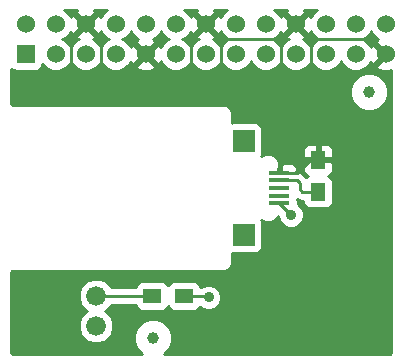
<source format=gbr>
G04 #@! TF.FileFunction,Copper,L2,Bot,Signal*
%FSLAX46Y46*%
G04 Gerber Fmt 4.6, Leading zero omitted, Abs format (unit mm)*
G04 Created by KiCad (PCBNEW 4.0.1-stable) date 6/18/2016 3:55:33 PM*
%MOMM*%
G01*
G04 APERTURE LIST*
%ADD10C,0.150000*%
%ADD11C,1.000000*%
%ADD12R,1.524000X1.524000*%
%ADD13C,1.524000*%
%ADD14C,1.676400*%
%ADD15R,1.300000X1.500000*%
%ADD16R,1.500000X1.300000*%
%ADD17R,1.800000X0.400000*%
%ADD18R,1.900000X1.900000*%
%ADD19C,0.889000*%
%ADD20C,0.254000*%
G04 APERTURE END LIST*
D10*
D11*
X30988000Y-7620000D03*
X12700000Y-28448000D03*
D12*
X1905000Y-4445000D03*
D13*
X1905000Y-1905000D03*
X4445000Y-4445000D03*
X4445000Y-1905000D03*
X6985000Y-4445000D03*
X6985000Y-1905000D03*
X9525000Y-4445000D03*
X9525000Y-1905000D03*
X12065000Y-4445000D03*
X12065000Y-1905000D03*
X14605000Y-4445000D03*
X14605000Y-1905000D03*
X17145000Y-4445000D03*
X17145000Y-1905000D03*
X19685000Y-4445000D03*
X19685000Y-1905000D03*
X22225000Y-4445000D03*
X22225000Y-1905000D03*
X24765000Y-4445000D03*
X24765000Y-1905000D03*
X27305000Y-4445000D03*
X27305000Y-1905000D03*
X29845000Y-4445000D03*
X29845000Y-1905000D03*
X32385000Y-4445000D03*
X32385000Y-1905000D03*
D14*
X7874000Y-24892000D03*
X7874000Y-27432000D03*
D15*
X26670000Y-16082000D03*
X26670000Y-13382000D03*
D16*
X15320000Y-24892000D03*
X12620000Y-24892000D03*
D17*
X23387000Y-17048000D03*
X23387000Y-16398000D03*
X23387000Y-15748000D03*
X23387000Y-15098000D03*
X23387000Y-14448000D03*
D18*
X20362000Y-19698000D03*
X20362000Y-11798000D03*
D19*
X24384000Y-18034000D03*
X17399000Y-25019000D03*
D20*
X23387000Y-17048000D02*
X23398000Y-17048000D01*
X23398000Y-17048000D02*
X24384000Y-18034000D01*
X23387000Y-14448000D02*
X24922000Y-14448000D01*
X25988000Y-13382000D02*
X26670000Y-13382000D01*
X24922000Y-14448000D02*
X25988000Y-13382000D01*
X23495000Y-3175000D02*
X18415000Y-3175000D01*
X31242000Y-3175000D02*
X26035000Y-3175000D01*
X8255000Y-5207000D02*
X8255000Y-3175000D01*
X8255000Y-3175000D02*
X6985000Y-1905000D01*
X26035000Y-5334000D02*
X26035000Y-3175000D01*
X26035000Y-3175000D02*
X24765000Y-1905000D01*
X18415000Y-5334000D02*
X18415000Y-3175000D01*
X18415000Y-3175000D02*
X17145000Y-1905000D01*
X5715000Y-5080000D02*
X5715000Y-3175000D01*
X5715000Y-3175000D02*
X6985000Y-1905000D01*
X23495000Y-5461000D02*
X23495000Y-3175000D01*
X23495000Y-3175000D02*
X24765000Y-1905000D01*
X15875000Y-5207000D02*
X15875000Y-3175000D01*
X15875000Y-3175000D02*
X17145000Y-1905000D01*
X7874000Y-24892000D02*
X12620000Y-24892000D01*
X23387000Y-15098000D02*
X24877000Y-15098000D01*
X25353000Y-16082000D02*
X26670000Y-16082000D01*
X25146000Y-15875000D02*
X25353000Y-16082000D01*
X25146000Y-15367000D02*
X25146000Y-15875000D01*
X24877000Y-15098000D02*
X25146000Y-15367000D01*
X17272000Y-24892000D02*
X15320000Y-24892000D01*
X17399000Y-25019000D02*
X17272000Y-24892000D01*
G36*
X31199990Y-2695303D02*
X31592630Y-3088629D01*
X31784727Y-3168395D01*
X31653857Y-3222603D01*
X31584392Y-3464787D01*
X32385000Y-4265395D01*
X32399143Y-4251253D01*
X32578748Y-4430858D01*
X32564605Y-4445000D01*
X32578748Y-4459143D01*
X32399143Y-4638748D01*
X32385000Y-4624605D01*
X31584392Y-5425213D01*
X31653857Y-5667397D01*
X32177302Y-5854144D01*
X32732368Y-5826362D01*
X32843000Y-5780537D01*
X32843000Y-29650533D01*
X32824740Y-29742332D01*
X32810958Y-29762957D01*
X32790331Y-29776740D01*
X32698533Y-29795000D01*
X13653584Y-29795000D01*
X14078499Y-29370825D01*
X14326717Y-28773050D01*
X14327282Y-28125789D01*
X14080108Y-27527582D01*
X13622825Y-27069501D01*
X13025050Y-26821283D01*
X12377789Y-26820718D01*
X11779582Y-27067892D01*
X11321501Y-27525175D01*
X11073283Y-28122950D01*
X11072718Y-28770211D01*
X11319892Y-29368418D01*
X11745731Y-29795000D01*
X829467Y-29795000D01*
X737668Y-29776740D01*
X717043Y-29762958D01*
X703260Y-29742331D01*
X685000Y-29650533D01*
X685000Y-25183752D01*
X6400545Y-25183752D01*
X6624353Y-25725411D01*
X7038409Y-26140190D01*
X7090392Y-26161775D01*
X7040589Y-26182353D01*
X6625810Y-26596409D01*
X6401056Y-27137677D01*
X6400545Y-27723752D01*
X6624353Y-28265411D01*
X7038409Y-28680190D01*
X7579677Y-28904944D01*
X8165752Y-28905455D01*
X8707411Y-28681647D01*
X9122190Y-28267591D01*
X9346944Y-27726323D01*
X9347455Y-27140248D01*
X9123647Y-26598589D01*
X8709591Y-26183810D01*
X8657608Y-26162225D01*
X8707411Y-26141647D01*
X9122190Y-25727591D01*
X9152748Y-25654000D01*
X11243634Y-25654000D01*
X11266838Y-25777317D01*
X11405910Y-25993441D01*
X11618110Y-26138431D01*
X11870000Y-26189440D01*
X13370000Y-26189440D01*
X13605317Y-26145162D01*
X13821441Y-26006090D01*
X13966431Y-25793890D01*
X13969081Y-25780803D01*
X14105910Y-25993441D01*
X14318110Y-26138431D01*
X14570000Y-26189440D01*
X16070000Y-26189440D01*
X16305317Y-26145162D01*
X16521441Y-26006090D01*
X16658627Y-25805311D01*
X16786714Y-25933622D01*
X17183332Y-26098313D01*
X17612784Y-26098687D01*
X18009689Y-25934689D01*
X18313622Y-25631286D01*
X18478313Y-25234668D01*
X18478687Y-24805216D01*
X18314689Y-24408311D01*
X18011286Y-24104378D01*
X17614668Y-23939687D01*
X17185216Y-23939313D01*
X16788311Y-24103311D01*
X16761575Y-24130000D01*
X16696366Y-24130000D01*
X16673162Y-24006683D01*
X16534090Y-23790559D01*
X16321890Y-23645569D01*
X16070000Y-23594560D01*
X14570000Y-23594560D01*
X14334683Y-23638838D01*
X14118559Y-23777910D01*
X13973569Y-23990110D01*
X13970919Y-24003197D01*
X13834090Y-23790559D01*
X13621890Y-23645569D01*
X13370000Y-23594560D01*
X11870000Y-23594560D01*
X11634683Y-23638838D01*
X11418559Y-23777910D01*
X11273569Y-23990110D01*
X11245241Y-24130000D01*
X9153153Y-24130000D01*
X9123647Y-24058589D01*
X8709591Y-23643810D01*
X8168323Y-23419056D01*
X7582248Y-23418545D01*
X7040589Y-23642353D01*
X6625810Y-24056409D01*
X6401056Y-24597677D01*
X6400545Y-25183752D01*
X685000Y-25183752D01*
X685000Y-22927467D01*
X703260Y-22835669D01*
X717043Y-22815042D01*
X737668Y-22801260D01*
X829467Y-22783000D01*
X18669000Y-22783000D01*
X18931138Y-22730857D01*
X19153368Y-22582368D01*
X19301857Y-22360138D01*
X19354000Y-22098000D01*
X19354000Y-21283695D01*
X19412000Y-21295440D01*
X21312000Y-21295440D01*
X21547317Y-21251162D01*
X21763441Y-21112090D01*
X21908431Y-20899890D01*
X21959440Y-20648000D01*
X21959440Y-18748000D01*
X21915162Y-18512683D01*
X21870952Y-18443979D01*
X21945853Y-18519011D01*
X22280196Y-18657842D01*
X22642216Y-18658158D01*
X22976800Y-18519910D01*
X23233011Y-18264147D01*
X23304449Y-18092106D01*
X23304313Y-18247784D01*
X23468311Y-18644689D01*
X23771714Y-18948622D01*
X24168332Y-19113313D01*
X24597784Y-19113687D01*
X24994689Y-18949689D01*
X25298622Y-18646286D01*
X25463313Y-18249668D01*
X25463687Y-17820216D01*
X25299689Y-17423311D01*
X24996286Y-17119378D01*
X24934440Y-17093697D01*
X24934440Y-16848000D01*
X24910056Y-16718411D01*
X24916038Y-16688872D01*
X25061395Y-16785996D01*
X25353000Y-16844000D01*
X25374818Y-16844000D01*
X25416838Y-17067317D01*
X25555910Y-17283441D01*
X25768110Y-17428431D01*
X26020000Y-17479440D01*
X27320000Y-17479440D01*
X27555317Y-17435162D01*
X27771441Y-17296090D01*
X27916431Y-17083890D01*
X27967440Y-16832000D01*
X27967440Y-15332000D01*
X27923162Y-15096683D01*
X27784090Y-14880559D01*
X27571890Y-14735569D01*
X27538510Y-14728809D01*
X27679699Y-14670327D01*
X27858327Y-14491698D01*
X27955000Y-14258309D01*
X27955000Y-13667750D01*
X27796250Y-13509000D01*
X26797000Y-13509000D01*
X26797000Y-13529000D01*
X26543000Y-13529000D01*
X26543000Y-13509000D01*
X25543750Y-13509000D01*
X25385000Y-13667750D01*
X25385000Y-14258309D01*
X25481673Y-14491698D01*
X25660301Y-14670327D01*
X25796287Y-14726654D01*
X25784683Y-14728838D01*
X25663468Y-14806837D01*
X25415815Y-14559185D01*
X25168605Y-14394004D01*
X24922000Y-14344951D01*
X24922000Y-14320998D01*
X24790252Y-14320998D01*
X24922000Y-14189250D01*
X24922000Y-14121691D01*
X24825327Y-13888302D01*
X24646699Y-13709673D01*
X24413310Y-13613000D01*
X23672750Y-13613000D01*
X23514000Y-13771750D01*
X23514000Y-14250560D01*
X23260000Y-14250560D01*
X23260000Y-14199150D01*
X23371842Y-13929804D01*
X23372158Y-13567784D01*
X23233910Y-13233200D01*
X22978147Y-12976989D01*
X22643804Y-12838158D01*
X22281784Y-12837842D01*
X21947200Y-12976090D01*
X21876406Y-13046760D01*
X21908431Y-12999890D01*
X21959440Y-12748000D01*
X21959440Y-12505691D01*
X25385000Y-12505691D01*
X25385000Y-13096250D01*
X25543750Y-13255000D01*
X26543000Y-13255000D01*
X26543000Y-12155750D01*
X26797000Y-12155750D01*
X26797000Y-13255000D01*
X27796250Y-13255000D01*
X27955000Y-13096250D01*
X27955000Y-12505691D01*
X27858327Y-12272302D01*
X27679699Y-12093673D01*
X27446310Y-11997000D01*
X26955750Y-11997000D01*
X26797000Y-12155750D01*
X26543000Y-12155750D01*
X26384250Y-11997000D01*
X25893690Y-11997000D01*
X25660301Y-12093673D01*
X25481673Y-12272302D01*
X25385000Y-12505691D01*
X21959440Y-12505691D01*
X21959440Y-10848000D01*
X21915162Y-10612683D01*
X21776090Y-10396559D01*
X21563890Y-10251569D01*
X21312000Y-10200560D01*
X19412000Y-10200560D01*
X19354000Y-10211473D01*
X19354000Y-9398000D01*
X19301857Y-9135862D01*
X19153368Y-8913632D01*
X18931138Y-8765143D01*
X18669000Y-8713000D01*
X829467Y-8713000D01*
X737668Y-8694740D01*
X717043Y-8680958D01*
X703260Y-8660331D01*
X685000Y-8568533D01*
X685000Y-7942211D01*
X29360718Y-7942211D01*
X29607892Y-8540418D01*
X30065175Y-8998499D01*
X30662950Y-9246717D01*
X31310211Y-9247282D01*
X31908418Y-9000108D01*
X32366499Y-8542825D01*
X32614717Y-7945050D01*
X32615282Y-7297789D01*
X32368108Y-6699582D01*
X31910825Y-6241501D01*
X31313050Y-5993283D01*
X30665789Y-5992718D01*
X30067582Y-6239892D01*
X29609501Y-6697175D01*
X29361283Y-7294950D01*
X29360718Y-7942211D01*
X685000Y-7942211D01*
X685000Y-5662602D01*
X891110Y-5803431D01*
X1143000Y-5854440D01*
X2667000Y-5854440D01*
X2902317Y-5810162D01*
X3118441Y-5671090D01*
X3263431Y-5458890D01*
X3300492Y-5275876D01*
X3652630Y-5628629D01*
X4165900Y-5841757D01*
X4721661Y-5842242D01*
X5235303Y-5630010D01*
X5628629Y-5237370D01*
X5714949Y-5029488D01*
X5799990Y-5235303D01*
X6192630Y-5628629D01*
X6705900Y-5841757D01*
X7261661Y-5842242D01*
X7775303Y-5630010D01*
X8168629Y-5237370D01*
X8254949Y-5029488D01*
X8339990Y-5235303D01*
X8732630Y-5628629D01*
X9245900Y-5841757D01*
X9801661Y-5842242D01*
X10315303Y-5630010D01*
X10520457Y-5425213D01*
X11264392Y-5425213D01*
X11333857Y-5667397D01*
X11857302Y-5854144D01*
X12412368Y-5826362D01*
X12796143Y-5667397D01*
X12865608Y-5425213D01*
X12065000Y-4624605D01*
X11264392Y-5425213D01*
X10520457Y-5425213D01*
X10708629Y-5237370D01*
X10788395Y-5045273D01*
X10842603Y-5176143D01*
X11084787Y-5245608D01*
X11885395Y-4445000D01*
X11084787Y-3644392D01*
X10842603Y-3713857D01*
X10792491Y-3854318D01*
X10710010Y-3654697D01*
X10317370Y-3261371D01*
X10109488Y-3175051D01*
X10315303Y-3090010D01*
X10708629Y-2697370D01*
X10794949Y-2489488D01*
X10879990Y-2695303D01*
X11272630Y-3088629D01*
X11464727Y-3168395D01*
X11333857Y-3222603D01*
X11264392Y-3464787D01*
X12065000Y-4265395D01*
X12865608Y-3464787D01*
X12796143Y-3222603D01*
X12655682Y-3172491D01*
X12855303Y-3090010D01*
X13248629Y-2697370D01*
X13334949Y-2489488D01*
X13419990Y-2695303D01*
X13812630Y-3088629D01*
X14020512Y-3174949D01*
X13814697Y-3259990D01*
X13421371Y-3652630D01*
X13341605Y-3844727D01*
X13287397Y-3713857D01*
X13045213Y-3644392D01*
X12244605Y-4445000D01*
X13045213Y-5245608D01*
X13287397Y-5176143D01*
X13337509Y-5035682D01*
X13419990Y-5235303D01*
X13812630Y-5628629D01*
X14325900Y-5841757D01*
X14881661Y-5842242D01*
X15395303Y-5630010D01*
X15788629Y-5237370D01*
X15874949Y-5029488D01*
X15959990Y-5235303D01*
X16352630Y-5628629D01*
X16865900Y-5841757D01*
X17421661Y-5842242D01*
X17935303Y-5630010D01*
X18328629Y-5237370D01*
X18414949Y-5029488D01*
X18499990Y-5235303D01*
X18892630Y-5628629D01*
X19405900Y-5841757D01*
X19961661Y-5842242D01*
X20475303Y-5630010D01*
X20868629Y-5237370D01*
X20954949Y-5029488D01*
X21039990Y-5235303D01*
X21432630Y-5628629D01*
X21945900Y-5841757D01*
X22501661Y-5842242D01*
X23015303Y-5630010D01*
X23408629Y-5237370D01*
X23494949Y-5029488D01*
X23579990Y-5235303D01*
X23972630Y-5628629D01*
X24485900Y-5841757D01*
X25041661Y-5842242D01*
X25555303Y-5630010D01*
X25948629Y-5237370D01*
X26034949Y-5029488D01*
X26119990Y-5235303D01*
X26512630Y-5628629D01*
X27025900Y-5841757D01*
X27581661Y-5842242D01*
X28095303Y-5630010D01*
X28488629Y-5237370D01*
X28574949Y-5029488D01*
X28659990Y-5235303D01*
X29052630Y-5628629D01*
X29565900Y-5841757D01*
X30121661Y-5842242D01*
X30635303Y-5630010D01*
X31028629Y-5237370D01*
X31108395Y-5045273D01*
X31162603Y-5176143D01*
X31404787Y-5245608D01*
X32205395Y-4445000D01*
X31404787Y-3644392D01*
X31162603Y-3713857D01*
X31112491Y-3854318D01*
X31030010Y-3654697D01*
X30637370Y-3261371D01*
X30429488Y-3175051D01*
X30635303Y-3090010D01*
X31028629Y-2697370D01*
X31114949Y-2489488D01*
X31199990Y-2695303D01*
X31199990Y-2695303D01*
G37*
X31199990Y-2695303D02*
X31592630Y-3088629D01*
X31784727Y-3168395D01*
X31653857Y-3222603D01*
X31584392Y-3464787D01*
X32385000Y-4265395D01*
X32399143Y-4251253D01*
X32578748Y-4430858D01*
X32564605Y-4445000D01*
X32578748Y-4459143D01*
X32399143Y-4638748D01*
X32385000Y-4624605D01*
X31584392Y-5425213D01*
X31653857Y-5667397D01*
X32177302Y-5854144D01*
X32732368Y-5826362D01*
X32843000Y-5780537D01*
X32843000Y-29650533D01*
X32824740Y-29742332D01*
X32810958Y-29762957D01*
X32790331Y-29776740D01*
X32698533Y-29795000D01*
X13653584Y-29795000D01*
X14078499Y-29370825D01*
X14326717Y-28773050D01*
X14327282Y-28125789D01*
X14080108Y-27527582D01*
X13622825Y-27069501D01*
X13025050Y-26821283D01*
X12377789Y-26820718D01*
X11779582Y-27067892D01*
X11321501Y-27525175D01*
X11073283Y-28122950D01*
X11072718Y-28770211D01*
X11319892Y-29368418D01*
X11745731Y-29795000D01*
X829467Y-29795000D01*
X737668Y-29776740D01*
X717043Y-29762958D01*
X703260Y-29742331D01*
X685000Y-29650533D01*
X685000Y-25183752D01*
X6400545Y-25183752D01*
X6624353Y-25725411D01*
X7038409Y-26140190D01*
X7090392Y-26161775D01*
X7040589Y-26182353D01*
X6625810Y-26596409D01*
X6401056Y-27137677D01*
X6400545Y-27723752D01*
X6624353Y-28265411D01*
X7038409Y-28680190D01*
X7579677Y-28904944D01*
X8165752Y-28905455D01*
X8707411Y-28681647D01*
X9122190Y-28267591D01*
X9346944Y-27726323D01*
X9347455Y-27140248D01*
X9123647Y-26598589D01*
X8709591Y-26183810D01*
X8657608Y-26162225D01*
X8707411Y-26141647D01*
X9122190Y-25727591D01*
X9152748Y-25654000D01*
X11243634Y-25654000D01*
X11266838Y-25777317D01*
X11405910Y-25993441D01*
X11618110Y-26138431D01*
X11870000Y-26189440D01*
X13370000Y-26189440D01*
X13605317Y-26145162D01*
X13821441Y-26006090D01*
X13966431Y-25793890D01*
X13969081Y-25780803D01*
X14105910Y-25993441D01*
X14318110Y-26138431D01*
X14570000Y-26189440D01*
X16070000Y-26189440D01*
X16305317Y-26145162D01*
X16521441Y-26006090D01*
X16658627Y-25805311D01*
X16786714Y-25933622D01*
X17183332Y-26098313D01*
X17612784Y-26098687D01*
X18009689Y-25934689D01*
X18313622Y-25631286D01*
X18478313Y-25234668D01*
X18478687Y-24805216D01*
X18314689Y-24408311D01*
X18011286Y-24104378D01*
X17614668Y-23939687D01*
X17185216Y-23939313D01*
X16788311Y-24103311D01*
X16761575Y-24130000D01*
X16696366Y-24130000D01*
X16673162Y-24006683D01*
X16534090Y-23790559D01*
X16321890Y-23645569D01*
X16070000Y-23594560D01*
X14570000Y-23594560D01*
X14334683Y-23638838D01*
X14118559Y-23777910D01*
X13973569Y-23990110D01*
X13970919Y-24003197D01*
X13834090Y-23790559D01*
X13621890Y-23645569D01*
X13370000Y-23594560D01*
X11870000Y-23594560D01*
X11634683Y-23638838D01*
X11418559Y-23777910D01*
X11273569Y-23990110D01*
X11245241Y-24130000D01*
X9153153Y-24130000D01*
X9123647Y-24058589D01*
X8709591Y-23643810D01*
X8168323Y-23419056D01*
X7582248Y-23418545D01*
X7040589Y-23642353D01*
X6625810Y-24056409D01*
X6401056Y-24597677D01*
X6400545Y-25183752D01*
X685000Y-25183752D01*
X685000Y-22927467D01*
X703260Y-22835669D01*
X717043Y-22815042D01*
X737668Y-22801260D01*
X829467Y-22783000D01*
X18669000Y-22783000D01*
X18931138Y-22730857D01*
X19153368Y-22582368D01*
X19301857Y-22360138D01*
X19354000Y-22098000D01*
X19354000Y-21283695D01*
X19412000Y-21295440D01*
X21312000Y-21295440D01*
X21547317Y-21251162D01*
X21763441Y-21112090D01*
X21908431Y-20899890D01*
X21959440Y-20648000D01*
X21959440Y-18748000D01*
X21915162Y-18512683D01*
X21870952Y-18443979D01*
X21945853Y-18519011D01*
X22280196Y-18657842D01*
X22642216Y-18658158D01*
X22976800Y-18519910D01*
X23233011Y-18264147D01*
X23304449Y-18092106D01*
X23304313Y-18247784D01*
X23468311Y-18644689D01*
X23771714Y-18948622D01*
X24168332Y-19113313D01*
X24597784Y-19113687D01*
X24994689Y-18949689D01*
X25298622Y-18646286D01*
X25463313Y-18249668D01*
X25463687Y-17820216D01*
X25299689Y-17423311D01*
X24996286Y-17119378D01*
X24934440Y-17093697D01*
X24934440Y-16848000D01*
X24910056Y-16718411D01*
X24916038Y-16688872D01*
X25061395Y-16785996D01*
X25353000Y-16844000D01*
X25374818Y-16844000D01*
X25416838Y-17067317D01*
X25555910Y-17283441D01*
X25768110Y-17428431D01*
X26020000Y-17479440D01*
X27320000Y-17479440D01*
X27555317Y-17435162D01*
X27771441Y-17296090D01*
X27916431Y-17083890D01*
X27967440Y-16832000D01*
X27967440Y-15332000D01*
X27923162Y-15096683D01*
X27784090Y-14880559D01*
X27571890Y-14735569D01*
X27538510Y-14728809D01*
X27679699Y-14670327D01*
X27858327Y-14491698D01*
X27955000Y-14258309D01*
X27955000Y-13667750D01*
X27796250Y-13509000D01*
X26797000Y-13509000D01*
X26797000Y-13529000D01*
X26543000Y-13529000D01*
X26543000Y-13509000D01*
X25543750Y-13509000D01*
X25385000Y-13667750D01*
X25385000Y-14258309D01*
X25481673Y-14491698D01*
X25660301Y-14670327D01*
X25796287Y-14726654D01*
X25784683Y-14728838D01*
X25663468Y-14806837D01*
X25415815Y-14559185D01*
X25168605Y-14394004D01*
X24922000Y-14344951D01*
X24922000Y-14320998D01*
X24790252Y-14320998D01*
X24922000Y-14189250D01*
X24922000Y-14121691D01*
X24825327Y-13888302D01*
X24646699Y-13709673D01*
X24413310Y-13613000D01*
X23672750Y-13613000D01*
X23514000Y-13771750D01*
X23514000Y-14250560D01*
X23260000Y-14250560D01*
X23260000Y-14199150D01*
X23371842Y-13929804D01*
X23372158Y-13567784D01*
X23233910Y-13233200D01*
X22978147Y-12976989D01*
X22643804Y-12838158D01*
X22281784Y-12837842D01*
X21947200Y-12976090D01*
X21876406Y-13046760D01*
X21908431Y-12999890D01*
X21959440Y-12748000D01*
X21959440Y-12505691D01*
X25385000Y-12505691D01*
X25385000Y-13096250D01*
X25543750Y-13255000D01*
X26543000Y-13255000D01*
X26543000Y-12155750D01*
X26797000Y-12155750D01*
X26797000Y-13255000D01*
X27796250Y-13255000D01*
X27955000Y-13096250D01*
X27955000Y-12505691D01*
X27858327Y-12272302D01*
X27679699Y-12093673D01*
X27446310Y-11997000D01*
X26955750Y-11997000D01*
X26797000Y-12155750D01*
X26543000Y-12155750D01*
X26384250Y-11997000D01*
X25893690Y-11997000D01*
X25660301Y-12093673D01*
X25481673Y-12272302D01*
X25385000Y-12505691D01*
X21959440Y-12505691D01*
X21959440Y-10848000D01*
X21915162Y-10612683D01*
X21776090Y-10396559D01*
X21563890Y-10251569D01*
X21312000Y-10200560D01*
X19412000Y-10200560D01*
X19354000Y-10211473D01*
X19354000Y-9398000D01*
X19301857Y-9135862D01*
X19153368Y-8913632D01*
X18931138Y-8765143D01*
X18669000Y-8713000D01*
X829467Y-8713000D01*
X737668Y-8694740D01*
X717043Y-8680958D01*
X703260Y-8660331D01*
X685000Y-8568533D01*
X685000Y-7942211D01*
X29360718Y-7942211D01*
X29607892Y-8540418D01*
X30065175Y-8998499D01*
X30662950Y-9246717D01*
X31310211Y-9247282D01*
X31908418Y-9000108D01*
X32366499Y-8542825D01*
X32614717Y-7945050D01*
X32615282Y-7297789D01*
X32368108Y-6699582D01*
X31910825Y-6241501D01*
X31313050Y-5993283D01*
X30665789Y-5992718D01*
X30067582Y-6239892D01*
X29609501Y-6697175D01*
X29361283Y-7294950D01*
X29360718Y-7942211D01*
X685000Y-7942211D01*
X685000Y-5662602D01*
X891110Y-5803431D01*
X1143000Y-5854440D01*
X2667000Y-5854440D01*
X2902317Y-5810162D01*
X3118441Y-5671090D01*
X3263431Y-5458890D01*
X3300492Y-5275876D01*
X3652630Y-5628629D01*
X4165900Y-5841757D01*
X4721661Y-5842242D01*
X5235303Y-5630010D01*
X5628629Y-5237370D01*
X5714949Y-5029488D01*
X5799990Y-5235303D01*
X6192630Y-5628629D01*
X6705900Y-5841757D01*
X7261661Y-5842242D01*
X7775303Y-5630010D01*
X8168629Y-5237370D01*
X8254949Y-5029488D01*
X8339990Y-5235303D01*
X8732630Y-5628629D01*
X9245900Y-5841757D01*
X9801661Y-5842242D01*
X10315303Y-5630010D01*
X10520457Y-5425213D01*
X11264392Y-5425213D01*
X11333857Y-5667397D01*
X11857302Y-5854144D01*
X12412368Y-5826362D01*
X12796143Y-5667397D01*
X12865608Y-5425213D01*
X12065000Y-4624605D01*
X11264392Y-5425213D01*
X10520457Y-5425213D01*
X10708629Y-5237370D01*
X10788395Y-5045273D01*
X10842603Y-5176143D01*
X11084787Y-5245608D01*
X11885395Y-4445000D01*
X11084787Y-3644392D01*
X10842603Y-3713857D01*
X10792491Y-3854318D01*
X10710010Y-3654697D01*
X10317370Y-3261371D01*
X10109488Y-3175051D01*
X10315303Y-3090010D01*
X10708629Y-2697370D01*
X10794949Y-2489488D01*
X10879990Y-2695303D01*
X11272630Y-3088629D01*
X11464727Y-3168395D01*
X11333857Y-3222603D01*
X11264392Y-3464787D01*
X12065000Y-4265395D01*
X12865608Y-3464787D01*
X12796143Y-3222603D01*
X12655682Y-3172491D01*
X12855303Y-3090010D01*
X13248629Y-2697370D01*
X13334949Y-2489488D01*
X13419990Y-2695303D01*
X13812630Y-3088629D01*
X14020512Y-3174949D01*
X13814697Y-3259990D01*
X13421371Y-3652630D01*
X13341605Y-3844727D01*
X13287397Y-3713857D01*
X13045213Y-3644392D01*
X12244605Y-4445000D01*
X13045213Y-5245608D01*
X13287397Y-5176143D01*
X13337509Y-5035682D01*
X13419990Y-5235303D01*
X13812630Y-5628629D01*
X14325900Y-5841757D01*
X14881661Y-5842242D01*
X15395303Y-5630010D01*
X15788629Y-5237370D01*
X15874949Y-5029488D01*
X15959990Y-5235303D01*
X16352630Y-5628629D01*
X16865900Y-5841757D01*
X17421661Y-5842242D01*
X17935303Y-5630010D01*
X18328629Y-5237370D01*
X18414949Y-5029488D01*
X18499990Y-5235303D01*
X18892630Y-5628629D01*
X19405900Y-5841757D01*
X19961661Y-5842242D01*
X20475303Y-5630010D01*
X20868629Y-5237370D01*
X20954949Y-5029488D01*
X21039990Y-5235303D01*
X21432630Y-5628629D01*
X21945900Y-5841757D01*
X22501661Y-5842242D01*
X23015303Y-5630010D01*
X23408629Y-5237370D01*
X23494949Y-5029488D01*
X23579990Y-5235303D01*
X23972630Y-5628629D01*
X24485900Y-5841757D01*
X25041661Y-5842242D01*
X25555303Y-5630010D01*
X25948629Y-5237370D01*
X26034949Y-5029488D01*
X26119990Y-5235303D01*
X26512630Y-5628629D01*
X27025900Y-5841757D01*
X27581661Y-5842242D01*
X28095303Y-5630010D01*
X28488629Y-5237370D01*
X28574949Y-5029488D01*
X28659990Y-5235303D01*
X29052630Y-5628629D01*
X29565900Y-5841757D01*
X30121661Y-5842242D01*
X30635303Y-5630010D01*
X31028629Y-5237370D01*
X31108395Y-5045273D01*
X31162603Y-5176143D01*
X31404787Y-5245608D01*
X32205395Y-4445000D01*
X31404787Y-3644392D01*
X31162603Y-3713857D01*
X31112491Y-3854318D01*
X31030010Y-3654697D01*
X30637370Y-3261371D01*
X30429488Y-3175051D01*
X30635303Y-3090010D01*
X31028629Y-2697370D01*
X31114949Y-2489488D01*
X31199990Y-2695303D01*
G36*
X23964392Y-924787D02*
X24765000Y-1725395D01*
X25565608Y-924787D01*
X25496831Y-685000D01*
X26599379Y-685000D01*
X26514697Y-719990D01*
X26121371Y-1112630D01*
X26041605Y-1304727D01*
X25987397Y-1173857D01*
X25745213Y-1104392D01*
X24944605Y-1905000D01*
X25745213Y-2705608D01*
X25987397Y-2636143D01*
X26037509Y-2495682D01*
X26119990Y-2695303D01*
X26512630Y-3088629D01*
X26720512Y-3174949D01*
X26514697Y-3259990D01*
X26121371Y-3652630D01*
X26035051Y-3860512D01*
X25950010Y-3654697D01*
X25557370Y-3261371D01*
X25365273Y-3181605D01*
X25496143Y-3127397D01*
X25565608Y-2885213D01*
X24765000Y-2084605D01*
X23964392Y-2885213D01*
X24033857Y-3127397D01*
X24174318Y-3177509D01*
X23974697Y-3259990D01*
X23581371Y-3652630D01*
X23495051Y-3860512D01*
X23410010Y-3654697D01*
X23017370Y-3261371D01*
X22809488Y-3175051D01*
X23015303Y-3090010D01*
X23408629Y-2697370D01*
X23488395Y-2505273D01*
X23542603Y-2636143D01*
X23784787Y-2705608D01*
X24585395Y-1905000D01*
X23784787Y-1104392D01*
X23542603Y-1173857D01*
X23492491Y-1314318D01*
X23410010Y-1114697D01*
X23017370Y-721371D01*
X22929779Y-685000D01*
X24033169Y-685000D01*
X23964392Y-924787D01*
X23964392Y-924787D01*
G37*
X23964392Y-924787D02*
X24765000Y-1725395D01*
X25565608Y-924787D01*
X25496831Y-685000D01*
X26599379Y-685000D01*
X26514697Y-719990D01*
X26121371Y-1112630D01*
X26041605Y-1304727D01*
X25987397Y-1173857D01*
X25745213Y-1104392D01*
X24944605Y-1905000D01*
X25745213Y-2705608D01*
X25987397Y-2636143D01*
X26037509Y-2495682D01*
X26119990Y-2695303D01*
X26512630Y-3088629D01*
X26720512Y-3174949D01*
X26514697Y-3259990D01*
X26121371Y-3652630D01*
X26035051Y-3860512D01*
X25950010Y-3654697D01*
X25557370Y-3261371D01*
X25365273Y-3181605D01*
X25496143Y-3127397D01*
X25565608Y-2885213D01*
X24765000Y-2084605D01*
X23964392Y-2885213D01*
X24033857Y-3127397D01*
X24174318Y-3177509D01*
X23974697Y-3259990D01*
X23581371Y-3652630D01*
X23495051Y-3860512D01*
X23410010Y-3654697D01*
X23017370Y-3261371D01*
X22809488Y-3175051D01*
X23015303Y-3090010D01*
X23408629Y-2697370D01*
X23488395Y-2505273D01*
X23542603Y-2636143D01*
X23784787Y-2705608D01*
X24585395Y-1905000D01*
X23784787Y-1104392D01*
X23542603Y-1173857D01*
X23492491Y-1314318D01*
X23410010Y-1114697D01*
X23017370Y-721371D01*
X22929779Y-685000D01*
X24033169Y-685000D01*
X23964392Y-924787D01*
G36*
X6184392Y-924787D02*
X6985000Y-1725395D01*
X7785608Y-924787D01*
X7716831Y-685000D01*
X8819379Y-685000D01*
X8734697Y-719990D01*
X8341371Y-1112630D01*
X8261605Y-1304727D01*
X8207397Y-1173857D01*
X7965213Y-1104392D01*
X7164605Y-1905000D01*
X7965213Y-2705608D01*
X8207397Y-2636143D01*
X8257509Y-2495682D01*
X8339990Y-2695303D01*
X8732630Y-3088629D01*
X8940512Y-3174949D01*
X8734697Y-3259990D01*
X8341371Y-3652630D01*
X8255051Y-3860512D01*
X8170010Y-3654697D01*
X7777370Y-3261371D01*
X7585273Y-3181605D01*
X7716143Y-3127397D01*
X7785608Y-2885213D01*
X6985000Y-2084605D01*
X6184392Y-2885213D01*
X6253857Y-3127397D01*
X6394318Y-3177509D01*
X6194697Y-3259990D01*
X5801371Y-3652630D01*
X5715051Y-3860512D01*
X5630010Y-3654697D01*
X5237370Y-3261371D01*
X5029488Y-3175051D01*
X5235303Y-3090010D01*
X5628629Y-2697370D01*
X5708395Y-2505273D01*
X5762603Y-2636143D01*
X6004787Y-2705608D01*
X6805395Y-1905000D01*
X6004787Y-1104392D01*
X5762603Y-1173857D01*
X5712491Y-1314318D01*
X5630010Y-1114697D01*
X5237370Y-721371D01*
X5149779Y-685000D01*
X6253169Y-685000D01*
X6184392Y-924787D01*
X6184392Y-924787D01*
G37*
X6184392Y-924787D02*
X6985000Y-1725395D01*
X7785608Y-924787D01*
X7716831Y-685000D01*
X8819379Y-685000D01*
X8734697Y-719990D01*
X8341371Y-1112630D01*
X8261605Y-1304727D01*
X8207397Y-1173857D01*
X7965213Y-1104392D01*
X7164605Y-1905000D01*
X7965213Y-2705608D01*
X8207397Y-2636143D01*
X8257509Y-2495682D01*
X8339990Y-2695303D01*
X8732630Y-3088629D01*
X8940512Y-3174949D01*
X8734697Y-3259990D01*
X8341371Y-3652630D01*
X8255051Y-3860512D01*
X8170010Y-3654697D01*
X7777370Y-3261371D01*
X7585273Y-3181605D01*
X7716143Y-3127397D01*
X7785608Y-2885213D01*
X6985000Y-2084605D01*
X6184392Y-2885213D01*
X6253857Y-3127397D01*
X6394318Y-3177509D01*
X6194697Y-3259990D01*
X5801371Y-3652630D01*
X5715051Y-3860512D01*
X5630010Y-3654697D01*
X5237370Y-3261371D01*
X5029488Y-3175051D01*
X5235303Y-3090010D01*
X5628629Y-2697370D01*
X5708395Y-2505273D01*
X5762603Y-2636143D01*
X6004787Y-2705608D01*
X6805395Y-1905000D01*
X6004787Y-1104392D01*
X5762603Y-1173857D01*
X5712491Y-1314318D01*
X5630010Y-1114697D01*
X5237370Y-721371D01*
X5149779Y-685000D01*
X6253169Y-685000D01*
X6184392Y-924787D01*
G36*
X16344392Y-924787D02*
X17145000Y-1725395D01*
X17945608Y-924787D01*
X17876831Y-685000D01*
X18979379Y-685000D01*
X18894697Y-719990D01*
X18501371Y-1112630D01*
X18421605Y-1304727D01*
X18367397Y-1173857D01*
X18125213Y-1104392D01*
X17324605Y-1905000D01*
X18125213Y-2705608D01*
X18367397Y-2636143D01*
X18417509Y-2495682D01*
X18499990Y-2695303D01*
X18892630Y-3088629D01*
X19100512Y-3174949D01*
X18894697Y-3259990D01*
X18501371Y-3652630D01*
X18415051Y-3860512D01*
X18330010Y-3654697D01*
X17937370Y-3261371D01*
X17745273Y-3181605D01*
X17876143Y-3127397D01*
X17945608Y-2885213D01*
X17145000Y-2084605D01*
X16344392Y-2885213D01*
X16413857Y-3127397D01*
X16554318Y-3177509D01*
X16354697Y-3259990D01*
X15961371Y-3652630D01*
X15875051Y-3860512D01*
X15790010Y-3654697D01*
X15397370Y-3261371D01*
X15189488Y-3175051D01*
X15395303Y-3090010D01*
X15788629Y-2697370D01*
X15868395Y-2505273D01*
X15922603Y-2636143D01*
X16164787Y-2705608D01*
X16965395Y-1905000D01*
X16164787Y-1104392D01*
X15922603Y-1173857D01*
X15872491Y-1314318D01*
X15790010Y-1114697D01*
X15397370Y-721371D01*
X15309779Y-685000D01*
X16413169Y-685000D01*
X16344392Y-924787D01*
X16344392Y-924787D01*
G37*
X16344392Y-924787D02*
X17145000Y-1725395D01*
X17945608Y-924787D01*
X17876831Y-685000D01*
X18979379Y-685000D01*
X18894697Y-719990D01*
X18501371Y-1112630D01*
X18421605Y-1304727D01*
X18367397Y-1173857D01*
X18125213Y-1104392D01*
X17324605Y-1905000D01*
X18125213Y-2705608D01*
X18367397Y-2636143D01*
X18417509Y-2495682D01*
X18499990Y-2695303D01*
X18892630Y-3088629D01*
X19100512Y-3174949D01*
X18894697Y-3259990D01*
X18501371Y-3652630D01*
X18415051Y-3860512D01*
X18330010Y-3654697D01*
X17937370Y-3261371D01*
X17745273Y-3181605D01*
X17876143Y-3127397D01*
X17945608Y-2885213D01*
X17145000Y-2084605D01*
X16344392Y-2885213D01*
X16413857Y-3127397D01*
X16554318Y-3177509D01*
X16354697Y-3259990D01*
X15961371Y-3652630D01*
X15875051Y-3860512D01*
X15790010Y-3654697D01*
X15397370Y-3261371D01*
X15189488Y-3175051D01*
X15395303Y-3090010D01*
X15788629Y-2697370D01*
X15868395Y-2505273D01*
X15922603Y-2636143D01*
X16164787Y-2705608D01*
X16965395Y-1905000D01*
X16164787Y-1104392D01*
X15922603Y-1173857D01*
X15872491Y-1314318D01*
X15790010Y-1114697D01*
X15397370Y-721371D01*
X15309779Y-685000D01*
X16413169Y-685000D01*
X16344392Y-924787D01*
M02*

</source>
